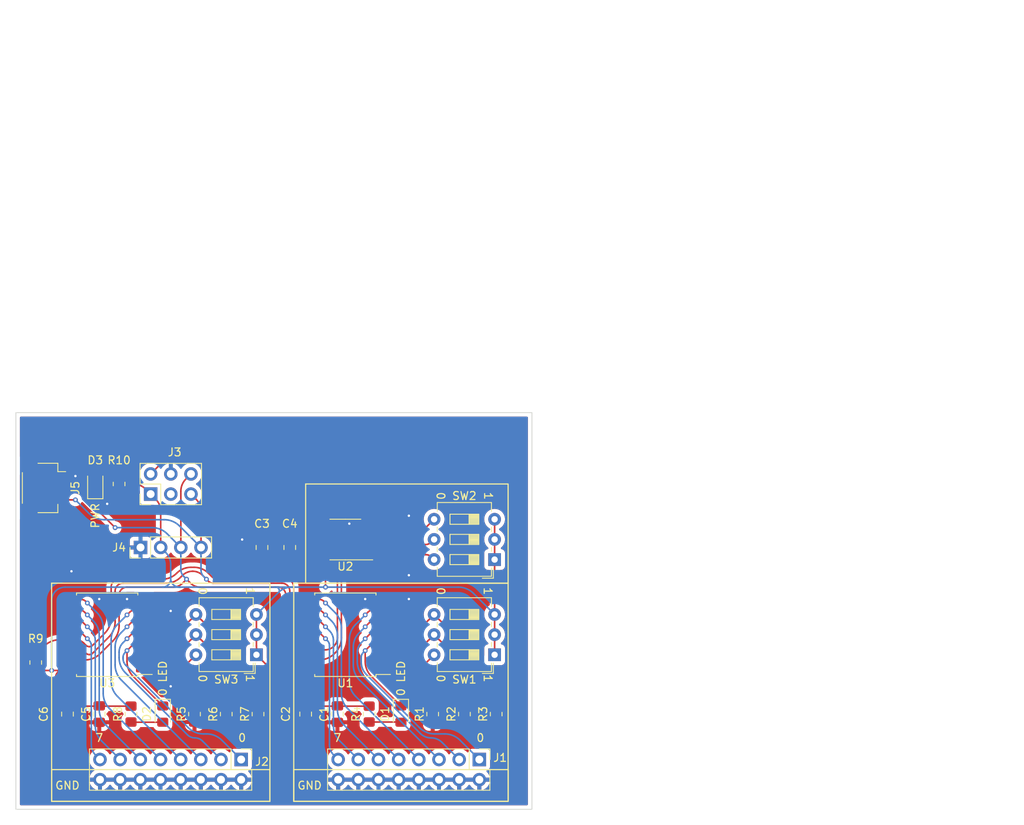
<source format=kicad_pcb>
(kicad_pcb (version 20211014) (generator pcbnew)
  (layers (0 "F.Cu" signal) (31 "B.Cu" signal) (34 "B.Paste" user) (35 "F.Paste" user) (36 "B.SilkS" user "B.Silkscreen") (37 "F.SilkS" user "F.Silkscreen") (38 "B.Mask" user) (39 "F.Mask" user) (44 "Edge.Cuts" user))
  (net 0 "")
  (net 1 "GND")
  (net 2 "+3V3")
  (net 3 "Net-(D1-Pad1)")
  (net 4 "Net-(D1-Pad2)")
  (net 5 "Net-(D2-Pad1)")
  (net 6 "Net-(D2-Pad2)")
  (net 7 "Net-(J1-Pad3)")
  (net 8 "Net-(D3-Pad2)")
  (net 9 "Net-(J1-Pad5)")
  (net 10 "Net-(J1-Pad7)")
  (net 11 "Net-(J1-Pad9)")
  (net 12 "Net-(J1-Pad11)")
  (net 13 "Net-(J1-Pad13)")
  (net 14 "Net-(J1-Pad15)")
  (net 15 "Net-(J2-Pad3)")
  (net 16 "Net-(J2-Pad5)")
  (net 17 "Net-(J2-Pad7)")
  (net 18 "Net-(J2-Pad9)")
  (net 19 "Net-(J2-Pad11)")
  (net 20 "Net-(J2-Pad13)")
  (net 21 "Net-(J2-Pad15)")
  (net 22 "/INT")
  (net 23 "Net-(R1-Pad2)")
  (net 24 "Net-(R6-Pad2)")
  (net 25 "Net-(R7-Pad2)")
  (net 26 "Net-(SW2-Pad4)")
  (net 27 "Net-(SW2-Pad5)")
  (net 28 "Net-(SW2-Pad6)")
  (net 29 "/SDA")
  (net 30 "/SCL")
  (net 32 "Net-(R2-Pad2)")
  (net 33 "Net-(R3-Pad2)")
  (net 34 "Net-(R5-Pad2)")
  (footprint "Button_Switch_THT:SW_DIP_SPSTx03_Slide_6.7x9.18mm_W7.62mm_P2.54mm_LowProfile" (layer "F.Cu") (at 80.3 165.525 180)
    (fp_text reference "SW1")
    (fp_text value "SW_DIP_x03")
  )
  (footprint "Package_SO:SOIC-16W_7.5x10.3mm_P1.27mm" (layer "F.Cu") (at 61.5 163 180)
    (fp_text reference "U1")
    (fp_text value "TCA9554DW")
  )
  (footprint "Resistor_SMD:R_0805_2012Metric_Pad1.20x1.40mm_HandSolder" (layer "F.Cu") (at 64.5 173 90)
    (fp_text reference "R4")
    (fp_text value "100")
  )
  (footprint "LED_SMD:LED_0805_2012Metric_Pad1.15x1.40mm_HandSolder" (layer "F.Cu") (at 68.5 173 -90)
    (fp_text reference "D1")
    (fp_text value "LED")
  )
  (footprint "Package_SO:SOIC-16W_7.5x10.3mm_P1.27mm" (layer "F.Cu") (at 31.5 163 180)
    (fp_text reference "U3")
    (fp_text value "TCA9554DW")
  )
  (footprint "Resistor_SMD:R_0805_2012Metric_Pad1.20x1.40mm_HandSolder" (layer "F.Cu") (at 34.5 173 90)
    (fp_text reference "R8")
    (fp_text value "100")
  )
  (footprint "Resistor_SMD:R_0805_2012Metric_Pad1.20x1.40mm_HandSolder" (layer "F.Cu") (at 22.5 166.5 -90)
    (fp_text reference "R9")
    (fp_text value "10K")
  )
  (footprint "LED_SMD:LED_0805_2012Metric_Pad1.15x1.40mm_HandSolder" (layer "F.Cu") (at 38.5 173 -90)
    (fp_text reference "D2")
    (fp_text value "LED")
  )
  (footprint "Resistor_SMD:R_0805_2012Metric_Pad1.20x1.40mm_HandSolder" (layer "F.Cu") (at 50.5 173 90)
    (fp_text reference "R7")
    (fp_text value "100k")
  )
  (footprint "Capacitor_SMD:C_0805_2012Metric_Pad1.18x1.45mm_HandSolder" (layer "F.Cu") (at 26.5 173 90)
    (fp_text reference "C6")
    (fp_text value "0.1uf")
  )
  (footprint "Connector_PinHeader_2.54mm:PinHeader_2x08_P2.54mm_Vertical" (layer "F.Cu") (at 48.375 178.725 -90)
    (fp_text reference "J2")
    (fp_text value "02x08 Header")
  )
  (footprint "Resistor_SMD:R_0805_2012Metric_Pad1.20x1.40mm_HandSolder" (layer "F.Cu") (at 33 144 -90)
    (fp_text reference "R10")
    (fp_text value "100")
  )
  (footprint "Connector_PinHeader_2.54mm:PinHeader_2x08_P2.54mm_Vertical" (layer "F.Cu") (at 78.375 178.725 -90)
    (fp_text reference "J1")
    (fp_text value "02x08 Header")
  )
  (footprint "Capacitor_SMD:C_0805_2012Metric_Pad1.18x1.45mm_HandSolder" (layer "F.Cu") (at 60.5 173 90)
    (fp_text reference "C1")
    (fp_text value "1uf")
  )
  (footprint "Button_Switch_THT:SW_DIP_SPSTx03_Slide_6.7x9.18mm_W7.62mm_P2.54mm_LowProfile" (layer "F.Cu") (at 50.3 165.525 180)
    (fp_text reference "SW3")
    (fp_text value "SW_DIP_x03")
  )
  (footprint "Capacitor_SMD:C_0805_2012Metric_Pad1.18x1.45mm_HandSolder" (layer "F.Cu") (at 54.5 152 -90)
    (fp_text reference "C4")
    (fp_text value "0.1uf")
  )
  (footprint "Resistor_SMD:R_0805_2012Metric_Pad1.20x1.40mm_HandSolder" (layer "F.Cu") (at 72.5 173 90)
    (fp_text reference "R1")
    (fp_text value "100k")
  )
  (footprint "LED_SMD:LED_0805_2012Metric_Pad1.15x1.40mm_HandSolder" (layer "F.Cu") (at 30 144 90)
    (fp_text reference "D3")
    (fp_text value "LED")
  )
  (footprint "Button_Switch_THT:SW_DIP_SPSTx03_Slide_6.7x9.18mm_W7.62mm_P2.54mm_LowProfile" (layer "F.Cu") (at 80.3 153.525 180)
    (fp_text reference "SW2")
    (fp_text value "SW_DIP_x03")
  )
  (footprint "Capacitor_SMD:C_0805_2012Metric_Pad1.18x1.45mm_HandSolder" (layer "F.Cu") (at 30.5 173 90)
    (fp_text reference "C5")
    (fp_text value "1uf")
  )
  (footprint "Connector_JST:JST_SH_SM04B-SRSS-TB_1x04-1MP_P1.00mm_Horizontal" (layer "F.Cu") (at 23.5 144.5 -90)
    (fp_text reference "J5")
    (fp_text value "Conn_01x04")
  )
  (footprint "Resistor_SMD:R_0805_2012Metric_Pad1.20x1.40mm_HandSolder" (layer "F.Cu") (at 76.5 173 90)
    (fp_text reference "R2")
    (fp_text value "100k")
  )
  (footprint "Resistor_SMD:R_0805_2012Metric_Pad1.20x1.40mm_HandSolder" (layer "F.Cu") (at 80.5 173 90)
    (fp_text reference "R3")
    (fp_text value "100k")
  )
  (footprint "Connector_PinHeader_2.54mm:PinHeader_1x04_P2.54mm_Vertical" (layer "F.Cu") (at 35.7 152 90)
    (fp_text reference "J4")
    (fp_text value "Conn_01x04_Male")
  )
  (footprint "Package_SO:SOIC-8_3.9x4.9mm_P1.27mm" (layer "F.Cu") (at 61.5 151 180)
    (fp_text reference "U2")
    (fp_text value "24LC256")
  )
  (footprint "Resistor_SMD:R_0805_2012Metric_Pad1.20x1.40mm_HandSolder" (layer "F.Cu") (at 42.5 173 90)
    (fp_text reference "R5")
    (fp_text value "100k")
  )
  (footprint "Capacitor_SMD:C_0805_2012Metric_Pad1.18x1.45mm_HandSolder" (layer "F.Cu") (at 51 152 -90)
    (fp_text reference "C3")
    (fp_text value "1uf")
  )
  (footprint "Connector_PinHeader_2.54mm:PinHeader_2x03_P2.54mm_Vertical" (layer "F.Cu") (at 36.975 145.275 90)
    (fp_text reference "J3")
    (fp_text value "Conn_02x03_Odd_Even")
  )
  (footprint "Capacitor_SMD:C_0805_2012Metric_Pad1.18x1.45mm_HandSolder" (layer "F.Cu") (at 56.5 173 90)
    (fp_text reference "C2")
    (fp_text value "0.1uf")
  )
  (footprint "Resistor_SMD:R_0805_2012Metric_Pad1.20x1.40mm_HandSolder" (layer "F.Cu") (at 46.5 173 90)
    (fp_text reference "R6")
    (fp_text value "100k")
  )
  (gr_rect (start 52 156.5) (end 24.5 184) (layer "F.SilkS") (width 0.15) (fill none))
  (gr_rect (start 82 184) (end 55 179.995) (layer "F.SilkS") (width 0.15) (fill none))
  (gr_rect (start 82 144) (end 56.5 156.5) (layer "F.SilkS") (width 0.15) (fill none))
  (gr_rect (start 52 184) (end 24.5 179.995) (layer "F.SilkS") (width 0.15) (fill none))
  (gr_rect (start 55 156.5) (end 82 184) (layer "F.SilkS") (width 0.15) (fill none))
  (gr_rect (start 20 135) (end 85 185) (layer "Edge.Cuts") (width 0.1) (fill none))
  (gr_text "1" (at 79.5 145.5 270) (layer "F.SilkS") (effects (font (size 1 1))))
  (gr_text "1" (at 49.5 157.5 270) (layer "F.SilkS") (effects (font (size 1 1))))
  (gr_text "0" (at 78.5 176) (layer "F.SilkS") (effects (font (size 1 1))))
  (gr_text "0" (at 73.5 168.5 270) (layer "F.SilkS") (effects (font (size 1 1))))
  (gr_text "0" (at 73.5 145.5 270) (layer "F.SilkS") (effects (font (size 1 1))))
  (gr_text "0 LED" (at 38.5 168.5 90) (layer "F.SilkS") (effects (font (size 1 1))))
  (gr_text "7" (at 60.5 176) (layer "F.SilkS") (effects (font (size 1 1))))
  (gr_text "PWR" (at 30 148 90) (layer "F.SilkS") (effects (font (size 1 1))))
  (gr_text "1" (at 79.4485 168.5 270) (layer "F.SilkS") (effects (font (size 1 1))))
  (gr_text "0" (at 43.5 157.5 270) (layer "F.SilkS") (effects (font (size 1 1))))
  (gr_text "7" (at 30.5 176) (layer "F.SilkS") (effects (font (size 1 1))))
  (gr_text "0" (at 43.5 168.5 270) (layer "F.SilkS") (effects (font (size 1 1))))
  (gr_text "0" (at 73.5 157.5 270) (layer "F.SilkS") (effects (font (size 1 1))))
  (gr_text "GND" (at 26.5 182) (layer "F.SilkS") (effects (font (size 1 1))))
  (gr_text "0 LED" (at 68.5 168.5 90) (layer "F.SilkS") (effects (font (size 1 1))))
  (gr_text "GND" (at 57 182) (layer "F.SilkS") (effects (font (size 1 1))))
  (gr_text "1" (at 79.4485 157.5 270) (layer "F.SilkS") (effects (font (size 1 1))))
  (gr_text "0" (at 48.496954 175.998271) (layer "F.SilkS") (effects (font (size 1 1))))
  (gr_text "1" (at 49.5 168.5 270) (layer "F.SilkS") (effects (font (size 1 1))))
  (via (at 27.5 143) (size 0.6) (drill 0.3) (layers "F.Cu" "B.Cu") (net 1))
  (via (at 69.5 148) (size 0.6) (drill 0.3) (layers "F.Cu" "B.Cu") (net 1))
  (via (at 34 158.5) (size 0.6) (drill 0.3) (layers "F.Cu" "B.Cu") (net 1))
  (via (at 64 158.5) (size 0.6) (drill 0.3) (layers "F.Cu" "B.Cu") (net 1))
  (via (at 39.5 160) (size 0.6) (drill 0.3) (layers "F.Cu" "B.Cu") (net 1))
  (via (at 30.5 158.5) (size 0.6) (drill 0.3) (layers "F.Cu" "B.Cu") (net 1))
  (via (at 39.5 169.5) (size 0.6) (drill 0.3) (layers "F.Cu" "B.Cu") (net 1))
  (via (at 62 149) (size 0.6) (drill 0.3) (layers "F.Cu" "B.Cu") (net 1))
  (via (at 48.5 151) (size 0.6) (drill 0.3) (layers "F.Cu" "B.Cu") (net 1))
  (via (at 27 155) (size 0.6) (drill 0.3) (layers "F.Cu" "B.Cu") (net 1))
  (via (at 31.5 146.5) (size 0.6) (drill 0.3) (layers "F.Cu" "B.Cu") (net 1))
  (via (at 69.5 155.5) (size 0.6) (drill 0.3) (layers "F.Cu" "B.Cu") (net 1))
  (via (at 69.5 158.5) (size 0.6) (drill 0.3) (layers "F.Cu" "B.Cu") (net 1))
  (segment (start 24.5 167.5) (end 26.756109 167.5) (width 0.2) (layer "F.Cu") (net 2))
  (segment (start 34.798438 144) (end 33.5 144) (width 0.2) (layer "F.Cu") (net 2))
  (segment (start 56.564017 172) (end 64.5 172) (width 0.2) (layer "F.Cu") (net 2))
  (segment (start 25 168.392445) (end 25 170.31941) (width 0.2) (layer "F.Cu") (net 2))
  (segment (start 38.24 147.43449) (end 38.24 152) (width 0.2) (layer "F.Cu") (net 2))
  (segment (start 33 144.5) (end 33 145) (width 0.2) (layer "F.Cu") (net 2))
  (segment (start 32.5 144) (end 25.5 144) (width 0.2) (layer "F.Cu") (net 2))
  (segment (start 56.23125 171.9625) (end 56.473484 171.9625) (width 0.2) (layer "F.Cu") (net 2))
  (segment (start 55 168.392445) (end 55 170.31941) (width 0.2) (layer "F.Cu") (net 2))
  (segment (start 50.3 164.398018) (end 50.3 160.445) (width 0.2) (layer "F.Cu") (net 2))
  (segment (start 54.726191 152.905) (end 59.007322 152.905) (width 0.2) (layer "F.Cu") (net 2))
  (segment (start 53.346981 167.445) (end 56.173083 167.445) (width 0.2) (layer "F.Cu") (net 2))
  (segment (start 55.48125 171.48125) (end 55.772466 171.772466) (width 0.2) (layer "F.Cu") (net 2))
  (segment (start 80.3 148.445) (end 80.3 165.525) (width 0.2) (layer "F.Cu") (net 2))
  (segment (start 59 152.947677) (end 59 157) (width 0.2) (layer "F.Cu") (net 2))
  (segment (start 26.811109 167.445) (end 25.947445 167.445) (width 0.2) (layer "F.Cu") (net 2))
  (segment (start 25.48125 171.48125) (end 25.772466 171.772466) (width 0.2) (layer "F.Cu") (net 2))
  (segment (start 56.173083 167.445) (end 55.947445 167.445) (width 0.2) (layer "F.Cu") (net 2))
  (segment (start 26.23125 171.9625) (end 26.473484 171.9625) (width 0.2) (layer "F.Cu") (net 2))
  (segment (start 54.406308 153.0375) (end 51 153.0375) (width 0.2) (layer "F.Cu") (net 2))
  (segment (start 36.3425 144.6425) (end 37.6075 145.9075) (width 0.2) (layer "F.Cu") (net 2))
  (segment (start 26.564017 172) (end 34.5 172) (width 0.2) (layer "F.Cu") (net 2))
  (segment (start 36.3375 144.6375) (end 36.3425 144.6425) (width 0.2) (layer "F.Cu") (net 2))
  (segment (start 51.423103 166.648103) (end 51.096896 166.321896) (width 0.2) (layer "F.Cu") (net 2))
  (segment (start 24.5 167.5) (end 22.5 167.5) (width 0.2) (layer "F.Cu") (net 2))
  (segment (start 33.5 144) (end 32.5 144) (width 0.2) (layer "F.Cu") (net 2))
  (via (at 24.5 167.5) (size 0.6) (drill 0.3) (layers "F.Cu" "B.Cu") (net 2))
  (via (at 59 157) (size 0.6) (drill 0.3) (layers "F.Cu" "B.Cu") (net 2))
  (arc (start 26.51875 171.98125) (mid 26.539519 171.995128) (end 26.564017 172) (width 0.2) (layer "F.Cu") (net 2))
  (arc (start 59.0125 152.9175) (mid 59.014087 152.90952) (end 59.007322 152.905) (width 0.2) (layer "F.Cu") (net 2))
  (arc (start 36.3375 144.6375) (mid 35.631372 144.16568) (end 34.798438 144) (width 0.2) (layer "F.Cu") (net 2))
  (arc (start 55.772466 171.772466) (mid 55.982958 171.913112) (end 56.23125 171.9625) (width 0.2) (layer "F.Cu") (net 2))
  (arc (start 59 152.947677) (mid 59.003248 152.931345) (end 59.0125 152.9175) (width 0.2) (layer "F.Cu") (net 2))
  (arc (start 53.346981 167.445) (mid 52.305786 167.237893) (end 51.423103 166.648103) (width 0.2) (layer "F.Cu") (net 2))
  (arc (start 26.756109 167.5) (mid 26.792039 167.492852) (end 26.8225 167.4725) (width 0.2) (layer "F.Cu") (net 2))
  (arc (start 56.51875 171.98125) (mid 56.497982 171.967373) (end 56.473484 171.9625) (width 0.2) (layer "F.Cu") (net 2))
  (arc (start 25.2775 167.7225) (mid 25.584874 167.51712) (end 25.947445 167.445) (width 0.2) (layer "F.Cu") (net 2))
  (arc (start 50.3 164.398018) (mid 50.507106 165.439213) (end 51.096896 166.321896) (width 0.2) (layer "F.Cu") (net 2))
  (arc (start 55.48125 171.48125) (mid 55.125073 170.948194) (end 55 170.31941) (width 0.2) (layer "F.Cu") (net 2))
  (arc (start 26.811109 167.445) (mid 26.825991 167.454944) (end 26.8225 167.4725) (width 0.2) (layer "F.Cu") (net 2))
  (arc (start 54.726191 152.905) (mid 54.639631 152.922217) (end 54.56625 152.97125) (width 0.2) (layer "F.Cu") (net 2))
  (arc (start 25.2775 167.7225) (mid 25.07212 168.029874) (end 25 168.392445) (width 0.2) (layer "F.Cu") (net 2))
  (arc (start 26.23125 171.9625) (mid 25.982958 171.913112) (end 25.772466 171.772466) (width 0.2) (layer "F.Cu") (net 2))
  (arc (start 33.5 144) (mid 33.146446 144.146446) (end 33 144.5) (width 0.2) (layer "F.Cu") (net 2))
  (arc (start 56.564017 172) (mid 56.539519 171.995128) (end 56.51875 171.98125) (width 0.2) (layer "F.Cu") (net 2))
  (arc (start 25 170.31941) (mid 25.125073 170.948194) (end 25.48125 171.48125) (width 0.2) (layer "F.Cu") (net 2))
  (arc (start 26.473484 171.9625) (mid 26.497982 171.967373) (end 26.51875 171.98125) (width 0.2) (layer "F.Cu") (net 2))
  (arc (start 37.6075 145.9075) (mid 38.075618 146.608088) (end 38.24 147.43449) (width 0.2) (layer "F.Cu") (net 2))
  (arc (start 55.2775 167.7225) (mid 55.07212 168.029874) (end 55 168.392445) (width 0.2) (layer "F.Cu") (net 2))
  (arc (start 33 144.5) (mid 32.853553 144.146446) (end 32.5 144) (width 0.2) (layer "F.Cu") (net 2))
  (arc (start 55.2775 167.7225) (mid 55.584874 167.51712) (end 55.947445 167.445) (width 0.2) (layer "F.Cu") (net 2))
  (arc (start 54.406308 153.0375) (mid 54.492868 153.020282) (end 54.56625 152.97125) (width 0.2) (layer "F.Cu") (net 2))
  (segment (start 38.87 152.63) (end 38.24 152) (width 0.2) (layer "B.Cu") (net 2))
  (segment (start 40.671572 157) (end 52.573428 157) (width 0.2) (layer "B.Cu") (net 2))
  (segment (start 77.651896 157.796896) (end 80.3 160.445) (width 0.2) (layer "B.Cu") (net 2))
  (segment (start 24.5 167.5) (end 24.5 158.707106) (width 0.2) (layer "B.Cu") (net 2))
  (segment (start 54.871981 157) (end 59 157) (width 0.2) (layer "B.Cu") (net 2))
  (segment (start 39.5 154.150954) (end 39.5 156) (width 0.2) (layer "B.Cu") (net 2))
  (segment (start 38.5 157) (end 40.671572 157) (width 0.2) (layer "B.Cu") (net 2))
  (segment (start 75.728018 157) (end 59 157) (width 0.2) (layer "B.Cu") (net 2))
  (segment (start 53.172274 157.572725) (end 50.3 160.445) (width 0.2) (layer "B.Cu") (net 2))
  (segment (start 54.871981 157) (end 52.573428 157) (width 0.2) (layer "B.Cu") (net 2))
  (segment (start 38.5 157) (end 26.207106 157) (width 0.2) (layer "B.Cu") (net 2))
  (arc (start 77.651896 157.796896) (mid 76.769213 157.207106) (end 75.728018 157) (width 0.2) (layer "B.Cu") (net 2))
  (arc (start 39.5 156) (mid 39.843145 156.707106) (end 40.671572 157) (width 0.2) (layer "B.Cu") (net 2))
  (arc (start 52.573428 157) (mid 53.114234 157.207106) (end 53.172274 157.572725) (width 0.2) (layer "B.Cu") (net 2))
  (arc (start 25 157.5) (mid 24.629945 158.053825) (end 24.5 158.707106) (width 0.2) (layer "B.Cu") (net 2))
  (arc (start 38.5 157) (mid 39.207106 156.707106) (end 39.5 156) (width 0.2) (layer "B.Cu") (net 2))
  (arc (start 54.871981 157) (mid 53.889046 157.148846) (end 53.172274 157.572725) (width 0.2) (layer "B.Cu") (net 2))
  (arc (start 39.5 154.150954) (mid 39.336268 153.327819) (end 38.87 152.63) (width 0.2) (layer "B.Cu") (net 2))
  (arc (start 25 157.5) (mid 25.553825 157.129945) (end 26.207106 157) (width 0.2) (layer "B.Cu") (net 2))
  (segment (start 65.7575 163.635) (end 66.15 163.635) (width 0.2) (layer "F.Cu") (net 3))
  (segment (start 64.796897 168.271897) (end 68.5 171.975) (width 0.2) (layer "F.Cu") (net 3))
  (segment (start 64 165) (end 64 166.348019) (width 0.2) (layer "F.Cu") (net 3))
  (segment (start 64 165) (end 65.087461 163.91254) (width 0.2) (layer "F.Cu") (net 3))
  (via (at 64 165) (size 0.6) (drill 0.3) (layers "F.Cu" "B.Cu") (net 3))
  (arc (start 65.7575 163.635) (mid 65.394878 163.707131) (end 65.087461 163.91254) (width 0.2) (layer "F.Cu") (net 3))
  (arc (start 64.796897 168.271897) (mid 64.207107 167.389214) (end 64 166.348019) (width 0.2) (layer "F.Cu") (net 3))
  (segment (start 63.5 166.432141) (end 63.5 165.853554) (width 0.2) (layer "B.Cu") (net 3))
  (segment (start 75.946897 176.296897) (end 78.375 178.725) (width 0.2) (layer "B.Cu") (net 3))
  (segment (start 72.7627 175.5) (end 74.023019 175.5) (width 0.2) (layer "B.Cu") (net 3))
  (segment (start 70.838822 174.703104) (end 64.159124 168.023406) (width 0.2) (layer "B.Cu") (net 3))
  (segment (start 63.75 165.25) (end 64 165) (width 0.2) (layer "B.Cu") (net 3))
  (arc (start 70.838822 174.703104) (mid 71.721505 175.292894) (end 72.7627 175.5) (width 0.2) (layer "B.Cu") (net 3))
  (arc (start 63.5 166.432141) (mid 63.671301 167.293328) (end 64.159124 168.023406) (width 0.2) (layer "B.Cu") (net 3))
  (arc (start 75.946897 176.296897) (mid 75.064214 175.707107) (end 74.023019 175.5) (width 0.2) (layer "B.Cu") (net 3))
  (arc (start 63.75 165.25) (mid 63.564973 165.526913) (end 63.5 165.853554) (width 0.2) (layer "B.Cu") (net 3))
  (segment (start 68.4875 174.0125) (end 68.5 174.025) (width 0.2) (layer "F.Cu") (net 4))
  (segment (start 68.457322 174) (end 64.5 174) (width 0.2) (layer "F.Cu") (net 4))
  (arc (start 68.457322 174) (mid 68.473654 174.003248) (end 68.4875 174.0125) (width 0.2) (layer "F.Cu") (net 4))
  (segment (start 34 166.348019) (end 34 165) (width 0.2) (layer "F.Cu") (net 5))
  (segment (start 35.7575 163.635) (end 36.15 163.635) (width 0.2) (layer "F.Cu") (net 5))
  (segment (start 34.796897 168.271897) (end 38.5 171.975) (width 0.2) (layer "F.Cu") (net 5))
  (segment (start 34 165) (end 35.087461 163.91254) (width 0.2) (layer "F.Cu") (net 5))
  (via (at 34 165) (size 0.6) (drill 0.3) (layers "F.Cu" "B.Cu") (net 5))
  (arc (start 34 166.348019) (mid 34.207107 167.389214) (end 34.796897 168.271897) (width 0.2) (layer "F.Cu") (net 5))
  (arc (start 35.7575 163.635) (mid 35.394878 163.707131) (end 35.087461 163.91254) (width 0.2) (layer "F.Cu") (net 5))
  (segment (start 33.75 165.25) (end 34 165) (width 0.2) (layer "B.Cu") (net 5))
  (segment (start 45.946897 176.296897) (end 48.375 178.725) (width 0.2) (layer "B.Cu") (net 5))
  (segment (start 33.853554 166.853554) (end 41.703104 174.703104) (width 0.2) (layer "B.Cu") (net 5))
  (segment (start 33.5 165.853554) (end 33.5 166) (width 0.2) (layer "B.Cu") (net 5))
  (segment (start 44.023019 175.5) (end 43.626982 175.5) (width 0.2) (layer "B.Cu") (net 5))
  (arc (start 33.853554 166.853554) (mid 33.591886 166.46194) (end 33.5 166) (width 0.2) (layer "B.Cu") (net 5))
  (arc (start 33.5 165.853554) (mid 33.564973 165.526913) (end 33.75 165.25) (width 0.2) (layer "B.Cu") (net 5))
  (arc (start 41.703104 174.703104) (mid 42.585787 175.292894) (end 43.626982 175.5) (width 0.2) (layer "B.Cu") (net 5))
  (arc (start 44.023019 175.5) (mid 45.064214 175.707107) (end 45.946897 176.296897) (width 0.2) (layer "B.Cu") (net 5))
  (segment (start 34.5125 174.0125) (end 34.5 174) (width 0.2) (layer "F.Cu") (net 6))
  (segment (start 34.542678 174.025) (end 38.5 174.025) (width 0.2) (layer "F.Cu") (net 6))
  (arc (start 34.542678 174.025) (mid 34.526346 174.021752) (end 34.5125 174.0125) (width 0.2) (layer "F.Cu") (net 6))
  (segment (start 65.6425 162.365) (end 66.15 162.365) (width 0.2) (layer "F.Cu") (net 7))
  (segment (start 64.776144 162.723857) (end 64 163.5) (width 0.2) (layer "F.Cu") (net 7))
  (via (at 64 163.5) (size 0.6) (drill 0.3) (layers "F.Cu" "B.Cu") (net 7))
  (arc (start 64.776144 162.723857) (mid 65.173632 162.458264) (end 65.6425 162.365) (width 0.2) (layer "F.Cu") (net 7))
  (segment (start 63 166.373019) (end 63 165.207107) (width 0.2) (layer "B.Cu") (net 7))
  (segment (start 63.5 164) (end 64 163.5) (width 0.2) (layer "B.Cu") (net 7))
  (segment (start 73.679221 176.569221) (end 75.835 178.725) (width 0.2) (layer "B.Cu") (net 7))
  (segment (start 70.93078 175.43078) (end 63.796897 168.296897) (width 0.2) (layer "B.Cu") (net 7))
  (arc (start 72.305 176) (mid 71.561278 175.852065) (end 70.93078 175.43078) (width 0.2) (layer "B.Cu") (net 7))
  (arc (start 63.5 164) (mid 63.129946 164.553826) (end 63 165.207107) (width 0.2) (layer "B.Cu") (net 7))
  (arc (start 63 166.373019) (mid 63.207107 167.414214) (end 63.796897 168.296897) (width 0.2) (layer "B.Cu") (net 7))
  (arc (start 72.305 176) (mid 73.048724 176.147936) (end 73.679221 176.569221) (width 0.2) (layer "B.Cu") (net 7))
  (segment (start 30.0125 142.9875) (end 30 142.975) (width 0.2) (layer "F.Cu") (net 8))
  (segment (start 30.042677 143) (end 33 143) (width 0.2) (layer "F.Cu") (net 8))
  (arc (start 30.0125 142.9875) (mid 30.026345 142.996751) (end 30.042677 143) (width 0.2) (layer "F.Cu") (net 8))
  (segment (start 65.5275 161.095) (end 66.15 161.095) (width 0.2) (layer "F.Cu") (net 9))
  (segment (start 64.464827 161.535174) (end 64 162) (width 0.2) (layer "F.Cu") (net 9))
  (via (at 64 162) (size 0.6) (drill 0.3) (layers "F.Cu" "B.Cu") (net 9))
  (arc (start 65.5275 161.095) (mid 64.952386 161.209398) (end 64.464827 161.535174) (width 0.2) (layer "F.Cu") (net 9))
  (segment (start 63.296897 168.726897) (end 73.295 178.725) (width 0.2) (layer "B.Cu") (net 9))
  (segment (start 62.5 164.560661) (end 62.5 166.803019) (width 0.2) (layer "B.Cu") (net 9))
  (segment (start 63.25 162.75) (end 64 162) (width 0.2) (layer "B.Cu") (net 9))
  (arc (start 63.296897 168.726897) (mid 62.707107 167.844214) (end 62.5 166.803019) (width 0.2) (layer "B.Cu") (net 9))
  (arc (start 62.5 164.560661) (mid 62.694919 163.580739) (end 63.25 162.75) (width 0.2) (layer "B.Cu") (net 9))
  (segment (start 64 160.5) (end 64.3375 160.1625) (width 0.2) (layer "F.Cu") (net 10))
  (segment (start 65.152298 159.825) (end 66.15 159.825) (width 0.2) (layer "F.Cu") (net 10))
  (via (at 64 160.5) (size 0.6) (drill 0.3) (layers "F.Cu" "B.Cu") (net 10))
  (arc (start 65.152298 159.825) (mid 64.711333 159.912714) (end 64.3375 160.1625) (width 0.2) (layer "F.Cu") (net 10))
  (segment (start 62.796897 161.703104) (end 64 160.5) (width 0.2) (layer "B.Cu") (net 10))
  (segment (start 62 168.843019) (end 62 163.626982) (width 0.2) (layer "B.Cu") (net 10))
  (segment (start 62.796897 170.766897) (end 70.755 178.725) (width 0.2) (layer "B.Cu") (net 10))
  (arc (start 62.796897 161.703104) (mid 62.207107 162.585787) (end 62 163.626982) (width 0.2) (layer "B.Cu") (net 10))
  (arc (start 62 168.843019) (mid 62.207107 169.884214) (end 62.796897 170.766897) (width 0.2) (layer "B.Cu") (net 10))
  (segment (start 58.240338 158.555) (end 56.85 158.555) (width 0.2) (layer "F.Cu") (net 11))
  (segment (start 59 159) (end 58.7775 158.7775) (width 0.2) (layer "F.Cu") (net 11))
  (via (at 59 159) (size 0.6) (drill 0.3) (layers "F.Cu" "B.Cu") (net 11))
  (arc (start 58.240338 158.555) (mid 58.531048 158.612826) (end 58.7775 158.7775) (width 0.2) (layer "F.Cu") (net 11))
  (segment (start 61 162.126982) (end 61 170.383019) (width 0.2) (layer "B.Cu") (net 11))
  (segment (start 59 159) (end 60.203104 160.203104) (width 0.2) (layer "B.Cu") (net 11))
  (segment (start 61.796897 172.306897) (end 68.215 178.725) (width 0.2) (layer "B.Cu") (net 11))
  (arc (start 61.796897 172.306897) (mid 61.207107 171.424214) (end 61 170.383019) (width 0.2) (layer "B.Cu") (net 11))
  (arc (start 60.203104 160.203104) (mid 60.792894 161.085787) (end 61 162.126982) (width 0.2) (layer "B.Cu") (net 11))
  (segment (start 58.6625 160.1625) (end 59 160.5) (width 0.2) (layer "F.Cu") (net 12))
  (segment (start 57.847703 159.825) (end 56.85 159.825) (width 0.2) (layer "F.Cu") (net 12))
  (via (at 59 160.5) (size 0.6) (drill 0.3) (layers "F.Cu" "B.Cu") (net 12))
  (arc (start 57.847703 159.825) (mid 58.288668 159.912714) (end 58.6625 160.1625) (width 0.2) (layer "F.Cu") (net 12))
  (segment (start 59.75 161.25) (end 59 160.5) (width 0.2) (layer "B.Cu") (net 12))
  (segment (start 61.296897 174.346897) (end 65.675 178.725) (width 0.2) (layer "B.Cu") (net 12))
  (segment (start 60.5 163.060661) (end 60.5 172.423019) (width 0.2) (layer "B.Cu") (net 12))
  (arc (start 61.296897 174.346897) (mid 60.707107 173.464214) (end 60.5 172.423019) (width 0.2) (layer "B.Cu") (net 12))
  (arc (start 60.5 163.060661) (mid 60.305082 162.080739) (end 59.75 161.25) (width 0.2) (layer "B.Cu") (net 12))
  (segment (start 57.4725 161.095) (end 56.85 161.095) (width 0.2) (layer "F.Cu") (net 13))
  (segment (start 58.535174 161.535174) (end 59 162) (width 0.2) (layer "F.Cu") (net 13))
  (via (at 59 162) (size 0.6) (drill 0.3) (layers "F.Cu" "B.Cu") (net 13))
  (arc (start 58.535174 161.535174) (mid 58.047616 161.209398) (end 57.4725 161.095) (width 0.2) (layer "F.Cu") (net 13))
  (segment (start 59 162) (end 59.5 162.5) (width 0.2) (layer "B.Cu") (net 13))
  (segment (start 60.796897 176.386897) (end 63.135 178.725) (width 0.2) (layer "B.Cu") (net 13))
  (segment (start 60 174.463019) (end 60 163.707107) (width 0.2) (layer "B.Cu") (net 13))
  (arc (start 60 174.463019) (mid 60.207107 175.504214) (end 60.796897 176.386897) (width 0.2) (layer "B.Cu") (net 13))
  (arc (start 60 163.707107) (mid 59.870055 163.053826) (end 59.5 162.5) (width 0.2) (layer "B.Cu") (net 13))
  (segment (start 57.3575 162.365) (end 56.85 162.365) (width 0.2) (layer "F.Cu") (net 14))
  (segment (start 59 163.5) (end 58.223857 162.723857) (width 0.2) (layer "F.Cu") (net 14))
  (via (at 59 163.5) (size 0.6) (drill 0.3) (layers "F.Cu" "B.Cu") (net 14))
  (arc (start 58.223857 162.723857) (mid 57.826369 162.458264) (end 57.3575 162.365) (width 0.2) (layer "F.Cu") (net 14))
  (segment (start 59.5 176.855719) (end 59.5 164.353554) (width 0.2) (layer "B.Cu") (net 14))
  (segment (start 60.0475 178.1775) (end 60.595 178.725) (width 0.2) (layer "B.Cu") (net 14))
  (segment (start 59.25 163.75) (end 59 163.5) (width 0.2) (layer "B.Cu") (net 14))
  (arc (start 59.5 176.855719) (mid 59.642291 177.571062) (end 60.0475 178.1775) (width 0.2) (layer "B.Cu") (net 14))
  (arc (start 59.25 163.75) (mid 59.435028 164.026913) (end 59.5 164.353554) (width 0.2) (layer "B.Cu") (net 14))
  (segment (start 34.776144 162.723857) (end 34 163.5) (width 0.2) (layer "F.Cu") (net 15))
  (segment (start 35.6425 162.365) (end 36.15 162.365) (width 0.2) (layer "F.Cu") (net 15))
  (via (at 34 163.5) (size 0.6) (drill 0.3) (layers "F.Cu" "B.Cu") (net 15))
  (arc (start 35.6425 162.365) (mid 35.173632 162.458264) (end 34.776144 162.723857) (width 0.2) (layer "F.Cu") (net 15))
  (segment (start 43.502445 176.392445) (end 45.835 178.725) (width 0.2) (layer "B.Cu") (net 15))
  (segment (start 33.5 164) (end 34 163.5) (width 0.2) (layer "B.Cu") (net 15))
  (segment (start 41.607556 175.607556) (end 33.796897 167.796897) (width 0.2) (layer "B.Cu") (net 15))
  (segment (start 33 165.873019) (end 33 165.207107) (width 0.2) (layer "B.Cu") (net 15))
  (arc (start 41.607556 175.607556) (mid 42.042247 175.898008) (end 42.555 176) (width 0.2) (layer "B.Cu") (net 15))
  (arc (start 42.555 176) (mid 43.067754 176.101994) (end 43.502445 176.392445) (width 0.2) (layer "B.Cu") (net 15))
  (arc (start 33.5 164) (mid 33.129946 164.553826) (end 33 165.207107) (width 0.2) (layer "B.Cu") (net 15))
  (arc (start 33 165.873019) (mid 33.207107 166.914214) (end 33.796897 167.796897) (width 0.2) (layer "B.Cu") (net 15))
  (segment (start 35.5275 161.095) (end 36.15 161.095) (width 0.2) (layer "F.Cu") (net 16))
  (segment (start 34 162) (end 34.464827 161.535174) (width 0.2) (layer "F.Cu") (net 16))
  (via (at 34 162) (size 0.6) (drill 0.3) (layers "F.Cu" "B.Cu") (net 16))
  (arc (start 34.464827 161.535174) (mid 34.952386 161.209398) (end 35.5275 161.095) (width 0.2) (layer "F.Cu") (net 16))
  (segment (start 33.25 162.75) (end 34 162) (width 0.2) (layer "B.Cu") (net 16))
  (segment (start 32.5 164.560661) (end 32.5 166.803019) (width 0.2) (layer "B.Cu") (net 16))
  (segment (start 33.296897 168.726897) (end 43.295 178.725) (width 0.2) (layer "B.Cu") (net 16))
  (arc (start 32.5 166.803019) (mid 32.707107 167.844214) (end 33.296897 168.726897) (width 0.2) (layer "B.Cu") (net 16))
  (arc (start 32.5 164.560661) (mid 32.694919 163.580739) (end 33.25 162.75) (width 0.2) (layer "B.Cu") (net 16))
  (segment (start 35.152298 159.825) (end 36.15 159.825) (width 0.2) (layer "F.Cu") (net 17))
  (segment (start 34 160.5) (end 34.3375 160.1625) (width 0.2) (layer "F.Cu") (net 17))
  (via (at 34 160.5) (size 0.6) (drill 0.3) (layers "F.Cu" "B.Cu") (net 17))
  (arc (start 35.152298 159.825) (mid 34.711333 159.912714) (end 34.3375 160.1625) (width 0.2) (layer "F.Cu") (net 17))
  (segment (start 32.796897 161.703104) (end 34 160.5) (width 0.2) (layer "B.Cu") (net 17))
  (segment (start 32 163.626982) (end 32 168.843019) (width 0.2) (layer "B.Cu") (net 17))
  (segment (start 32.796897 170.766897) (end 40.755 178.725) (width 0.2) (layer "B.Cu") (net 17))
  (arc (start 32.796897 161.703104) (mid 32.207107 162.585787) (end 32 163.626982) (width 0.2) (layer "B.Cu") (net 17))
  (arc (start 32.796897 170.766897) (mid 32.207107 169.884214) (end 32 168.843019) (width 0.2) (layer "B.Cu") (net 17))
  (segment (start 28.240338 158.555) (end 26.85 158.555) (width 0.2) (layer "F.Cu") (net 18))
  (segment (start 29 159) (end 28.7775 158.7775) (width 0.2) (layer "F.Cu") (net 18))
  (via (at 29 159) (size 0.6) (drill 0.3) (layers "F.Cu" "B.Cu") (net 18))
  (arc (start 28.240338 158.555) (mid 28.531048 158.612826) (end 28.7775 158.7775) (width 0.2) (layer "F.Cu") (net 18))
  (segment (start 31.796897 172.306897) (end 38.215 178.725) (width 0.2) (layer "B.Cu") (net 18))
  (segment (start 31 162.126982) (end 31 170.383019) (width 0.2) (layer "B.Cu") (net 18))
  (segment (start 30.203104 160.203104) (end 29 159) (width 0.2) (layer "B.Cu") (net 18))
  (arc (start 31 162.126982) (mid 30.792894 161.085787) (end 30.203104 160.203104) (width 0.2) (layer "B.Cu") (net 18))
  (arc (start 31.796897 172.306897) (mid 31.207107 171.424214) (end 31 170.383019) (width 0.2) (layer "B.Cu") (net 18))
  (segment (start 27.847703 159.825) (end 26.85 159.825) (width 0.2) (layer "F.Cu") (net 19))
  (segment (start 29 160.5) (end 28.6625 160.1625) (width 0.2) (layer "F.Cu") (net 19))
  (via (at 29 160.5) (size 0.6) (drill 0.3) (layers "F.Cu" "B.Cu") (net 19))
  (arc (start 27.847703 159.825) (mid 28.288668 159.912714) (end 28.6625 160.1625) (width 0.2) (layer "F.Cu") (net 19))
  (segment (start 29 160.5) (end 29.75 161.25) (width 0.2) (layer "B.Cu") (net 19))
  (segment (start 31.296897 174.346897) (end 35.675 178.725) (width 0.2) (layer "B.Cu") (net 19))
  (segment (start 30.5 172.423019) (end 30.5 163.060661) (width 0.2) (layer "B.Cu") (net 19))
  (arc (start 29.75 161.25) (mid 30.305082 162.080739) (end 30.5 163.060661) (width 0.2) (layer "B.Cu") (net 19))
  (arc (start 30.5 172.423019) (mid 30.707107 173.464214) (end 31.296897 174.346897) (width 0.2) (layer "B.Cu") (net 19))
  (segment (start 27.4725 161.095) (end 26.85 161.095) (width 0.2) (layer "F.Cu") (net 20))
  (segment (start 28.535174 161.535174) (end 29 162) (width 0.2) (layer "F.Cu") (net 20))
  (via (at 29 162) (size 0.6) (drill 0.3) (layers "F.Cu" "B.Cu") (net 20))
  (arc (start 28.535174 161.535174) (mid 28.047616 161.209398) (end 27.4725 161.095) (width 0.2) (layer "F.Cu") (net 20))
  (segment (start 30.796897 176.386897) (end 33.135 178.725) (width 0.2) (layer "B.Cu") (net 20))
  (segment (start 29.5 162.5) (end 29 162) (width 0.2) (layer "B.Cu") (net 20))
  (segment (start 30 174.463019) (end 30 163.707107) (width 0.2) (layer "B.Cu") (net 20))
  (arc (start 29.5 162.5) (mid 29.870055 163.053826) (end 30 163.707107) (width 0.2) (layer "B.Cu") (net 20))
  (arc (start 30 174.463019) (mid 30.207107 175.504214) (end 30.796897 176.386897) (width 0.2) (layer "B.Cu") (net 20))
  (segment (start 29 163.5) (end 28.223857 162.723857) (width 0.2) (layer "F.Cu") (net 21))
  (segment (start 27.3575 162.365) (end 26.85 162.365) (width 0.2) (layer "F.Cu") (net 21))
  (via (at 29 163.5) (size 0.6) (drill 0.3) (layers "F.Cu" "B.Cu") (net 21))
  (arc (start 27.3575 162.365) (mid 27.826369 162.458264) (end 28.223857 162.723857) (width 0.2) (layer "F.Cu") (net 21))
  (segment (start 29.5 176.855719) (end 29.5 164.353554) (width 0.2) (layer "B.Cu") (net 21))
  (segment (start 29 163.5) (end 29.25 163.75) (width 0.2) (layer "B.Cu") (net 21))
  (segment (start 30.0475 178.1775) (end 30.595 178.725) (width 0.2) (layer "B.Cu") (net 21))
  (arc (start 29.25 163.75) (mid 29.435028 164.026913) (end 29.5 164.353554) (width 0.2) (layer "B.Cu") (net 21))
  (arc (start 29.5 176.855719) (mid 29.642291 177.571062) (end 30.0475 178.1775) (width 0.2) (layer "B.Cu") (net 21))
  (segment (start 55 162.550987) (end 55 156.999999) (width 0.2) (layer "F.Cu") (net 22))
  (segment (start 27.523352 163.635) (end 27.507926 163.635) (width 0.2) (layer "F.Cu") (net 22))
  (segment (start 39.836981 141) (end 42.312358 141) (width 0.2) (layer "F.Cu") (net 22))
  (segment (start 29.676776 164.323223) (end 31.203103 162.796896) (width 0.2) (layer "F.Cu") (net 22))
  (segment (start 56.084012 163.635) (end 56.85 163.635) (width 0.2) (layer "F.Cu") (net 22))
  (segment (start 37.913103 141.796896) (end 36.975 142.735) (width 0.2) (layer "F.Cu") (net 22))
  (segment (start 28.5675 164.0675) (end 28.823223 164.323223) (width 0.2) (layer "F.Cu") (net 22))
  (segment (start 45.203103 142.763763) (end 44.236236 141.796896) (width 0.2) (layer "F.Cu") (net 22))
  (segment (start 54 156) (end 46.5 156) (width 0.2) (layer "F.Cu") (net 22))
  (segment (start 25.84974 163.635) (end 25.491981 163.635) (width 0.2) (layer "F.Cu") (net 22))
  (segment (start 42.439339 154.5) (end 42.06066 154.5) (width 0.2) (layer "F.Cu") (net 22))
  (segment (start 38.439339 156) (end 32.999999 156) (width 0.2) (layer "F.Cu") (net 22))
  (segment (start 45.5 156) (end 46.5 156) (width 0.2) (layer "F.Cu") (net 22))
  (segment (start 26.565259 163.635) (end 27.477074 163.635) (width 0.2) (layer "F.Cu") (net 22))
  (segment (start 32 156.999999) (end 32 160.873018) (width 0.2) (layer "F.Cu") (net 22))
  (segment (start 44.646446 155.646446) (end 44.25 155.25) (width 0.2) (layer "F.Cu") (net 22))
  (segment (start 46 144.687641) (end 46 155.5) (width 0.2) (layer "F.Cu") (net 22))
  (segment (start 26.565259 163.635) (end 25.84974 163.635) (width 0.2) (layer "F.Cu") (net 22))
  (segment (start 23.568103 164.431896) (end 22.5 165.5) (width 0.2) (layer "F.Cu") (net 22))
  (segment (start 27.507926 163.635) (end 27.477074 163.635) (width 0.2) (layer "F.Cu") (net 22))
  (arc (start 31.203103 162.796896) (mid 31.792893 161.914213) (end 32 160.873018) (width 0.2) (layer "F.Cu") (net 22))
  (arc (start 42.439339 154.5) (mid 43.419261 154.694918) (end 44.25 155.25) (width 0.2) (layer "F.Cu") (net 22))
  (arc (start 44.236236 141.796896) (mid 43.353553 141.207106) (end 42.312358 141) (width 0.2) (layer "F.Cu") (net 22))
  (arc (start 55.3175 163.3175) (mid 55.082515 162.96582) (end 55 162.550987) (width 0.2) (layer "F.Cu") (net 22))
  (arc (start 42.06066 154.5) (mid 41.080737 154.694918) (end 40.25 155.25) (width 0.2) (layer "F.Cu") (net 22))
  (arc (start 39.836981 141) (mid 38.795786 141.207106) (end 37.913103 141.796896) (width 0.2) (layer "F.Cu") (net 22))
  (arc (start 46 155.5) (mid 46.146446 155.853553) (end 46.5 156) (width 0.2) (layer "F.Cu") (net 22))
  (arc (start 54 156) (mid 54.707106 156.292892) (end 55 156.999999) (width 0.2) (layer "F.Cu") (net 22))
  (arc (start 45.5 156) (mid 45.03806 155.908114) (end 44.646446 155.646446) (width 0.2) (layer "F.Cu") (net 22))
  (arc (start 45.203103 142.763763) (mid 45.792893 143.646446) (end 46 144.687641) (width 0.2) (layer "F.Cu") (net 22))
  (arc (start 28.5675 164.0675) (mid 28.08844 163.747403) (end 27.523352 163.635) (width 0.2) (layer "F.Cu") (net 22))
  (arc (start 28.823223 164.323223) (mid 29.01903 164.454057) (end 29.25 164.5) (width 0.2) (layer "F.Cu") (net 22))
  (arc (start 55.3175 163.3175) (mid 55.669178 163.552484) (end 56.084012 163.635) (width 0.2) (layer "F.Cu") (net 22))
  (arc (start 29.25 164.5) (mid 29.480969 164.454057) (end 29.676776 164.323223) (width 0.2) (layer "F.Cu") (net 22))
  (arc (start 38.439339 156) (mid 39.419261 155.805081) (end 40.25 155.25) (width 0.2) (layer "F.Cu") (net 22))
  (arc (start 46 155.5) (mid 45.853553 155.853553) (end 45.5 156) (width 0.2) (layer "F.Cu") (net 22))
  (arc (start 32 156.999999) (mid 32.292892 156.292892) (end 32.999999 156) (width 0.2) (layer "F.Cu") (net 22))
  (arc (start 23.568103 164.431896) (mid 24.450786 163.842106) (end 25.491981 163.635) (width 0.2) (layer "F.Cu") (net 22))
  (segment (start 71.556897 168.241897) (end 71.703104 168.388104) (width 0.2) (layer "F.Cu") (net 23))
  (segment (start 72.5 170.311982) (end 72.5 172) (width 0.2) (layer "F.Cu") (net 23))
  (segment (start 71.467107 166.737894) (end 72.68 165.525) (width 0.2) (layer "F.Cu") (net 23))
  (segment (start 69.633019 167.445) (end 66.15 167.445) (width 0.2) (layer "F.Cu") (net 23))
  (arc (start 71.467107 166.737894) (mid 71.200513 167.4713) (end 71.556897 168.241897) (width 0.2) (layer "F.Cu") (net 23))
  (arc (start 71.467107 166.737894) (mid 70.650879 167.26123) (end 69.633019 167.445) (width 0.2) (layer "F.Cu") (net 23))
  (arc (start 72.5 170.311982) (mid 72.292894 169.270787) (end 71.703104 168.388104) (width 0.2) (layer "F.Cu") (net 23))
  (arc (start 71.556897 168.241897) (mid 70.674214 167.652107) (end 69.633019 167.445) (width 0.2) (layer "F.Cu") (net 23))
  (segment (start 46.5 167.931982) (end 46.5 172) (width 0.2) (layer "F.Cu") (net 24))
  (segment (start 43.387107 163.692107) (end 45.703104 166.008104) (width 0.2) (layer "F.Cu") (net 24))
  (segment (start 38.363019 166.175) (end 36.15 166.175) (width 0.2) (layer "F.Cu") (net 24))
  (segment (start 41.972894 163.692107) (end 40.286897 165.378104) (width 0.2) (layer "F.Cu") (net 24))
  (arc (start 41.972894 163.692107) (mid 42.680001 163.399214) (end 43.387107 163.692107) (width 0.2) (layer "F.Cu") (net 24))
  (arc (start 40.286897 165.378104) (mid 39.404214 165.967894) (end 38.363019 166.175) (width 0.2) (layer "F.Cu") (net 24))
  (arc (start 46.5 167.931982) (mid 46.292894 166.890787) (end 45.703104 166.008104) (width 0.2) (layer "F.Cu") (net 24))
  (segment (start 43.387107 161.152107) (end 49.703104 167.468104) (width 0.2) (layer "F.Cu") (net 25))
  (segment (start 41.972894 161.152107) (end 38.951856 164.173145) (width 0.2) (layer "F.Cu") (net 25))
  (segment (start 37.185 164.905) (end 36.15 164.905) (width 0.2) (layer "F.Cu") (net 25))
  (segment (start 50.5 169.391982) (end 50.5 172) (width 0.2) (layer "F.Cu") (net 25))
  (arc (start 38.951856 164.173145) (mid 38.141216 164.714798) (end 37.185 164.905) (width 0.2) (layer "F.Cu") (net 25))
  (arc (start 50.5 169.391982) (mid 50.292894 168.350787) (end 49.703104 167.468104) (width 0.2) (layer "F.Cu") (net 25))
  (arc (start 43.387107 161.152107) (mid 42.680001 160.859214) (end 41.972894 161.152107) (width 0.2) (layer "F.Cu") (net 25))
  (segment (start 71.556896 149.568103) (end 72.68 148.445) (width 0.2) (layer "F.Cu") (net 26))
  (segment (start 69.633018 150.365) (end 63.975 150.365) (width 0.2) (layer "F.Cu") (net 26))
  (arc (start 69.633018 150.365) (mid 70.674213 150.157893) (end 71.556896 149.568103) (width 0.2) (layer "F.Cu") (net 26))
  (segment (start 71.57038 151.635) (end 63.975 151.635) (width 0.2) (layer "F.Cu") (net 27))
  (segment (start 72.355 151.31) (end 72.68 150.985) (width 0.2) (layer "F.Cu") (net 27))
  (arc (start 72.355 151.31) (mid 71.995013 151.550535) (end 71.57038 151.635) (width 0.2) (layer "F.Cu") (net 27))
  (segment (start 71.621593 152.905) (end 63.975 152.905) (width 0.2) (layer "F.Cu") (net 28))
  (segment (start 72.37 153.215) (end 72.68 153.525) (width 0.2) (layer "F.Cu") (net 28))
  (arc (start 71.621593 152.905) (mid 72.026628 152.985566) (end 72.37 153.215) (width 0.2) (layer "F.Cu") (net 28))
  (segment (start 41.5 156) (end 42 156.5) (width 0.2) (layer "F.Cu") (net 29))
  (segment (start 40.78 144.911561) (end 40.78 152) (width 0.2) (layer "F.Cu") (net 29))
  (segment (start 41.5 156) (end 41 156.5) (width 0.2) (layer "F.Cu") (net 29))
  (segment (start 60.473302 149.473302) (end 60.5475 149.5475) (width 0.2) (layer "F.Cu") (net 29))
  (segment (start 54 157.999999) (end 54 164.169149) (width 0.2) (layer "F.Cu") (net 29))
  (segment (start 26.873018 145) (end 25.5 145) (width 0.2) (layer "F.Cu") (net 29))
  (segment (start 28.698018 166.175) (end 26.85 166.175) (width 0.2) (layer "F.Cu") (net 29))
  (segment (start 56.00585 166.175) (end 56.009175 166.175) (width 0.2) (layer "F.Cu") (net 29))
  (segment (start 33 161.873018) (end 33 157.999999) (width 0.2) (layer "F.Cu") (net 29))
  (segment (start 41.4175 143.3725) (end 42.055 142.735) (width 0.127) (layer "F.Cu") (net 29))
  (segment (start 32.5 149.5) (end 28.796896 145.796896) (width 0.2) (layer "F.Cu") (net 29))
  (segment (start 60.203103 165.296895) (end 60.121896 165.378103) (width 0.2) (layer "F.Cu") (net 29))
  (segment (start 43.207106 157) (end 53 157) (width 0.2) (layer "F.Cu") (net 29))
  (segment (start 56.015825 166.175) (end 56.009175 166.175) (width 0.2) (layer "F.Cu") (net 29))
  (segment (start 59.56 149.095) (end 59.025 149.095) (width 0.2) (layer "F.Cu") (net 29))
  (segment (start 30.621896 165.378103) (end 32.203103 163.796896) (width 0.2) (layer "F.Cu") (net 29))
  (segment (start 57.942759 166.175) (end 57.432241 166.175) (width 0.2) (layer "F.Cu") (net 29))
  (segment (start 57.432241 166.175) (end 56.015825 166.175) (width 0.2) (layer "F.Cu") (net 29))
  (segment (start 57.942759 166.175) (end 58.198018 166.175) (width 0.2) (layer "F.Cu") (net 29))
  (segment (start 61 150.639931) (end 61 163.373018) (width 0.2) (layer "F.Cu") (net 29))
  (segment (start 33.999999 157) (end 39.792893 157) (width 0.2) (layer "F.Cu") (net 29))
  (via (at 41.5 156) (size 0.6) (drill 0.3) (layers "F.Cu" "B.Cu") (net 29))
  (via (at 32.5 149.5) (size 0.6) (drill 0.3) (layers "F.Cu" "B.Cu") (net 29))
  (arc (start 61 150.639931) (mid 60.882399 150.048711) (end 60.5475 149.5475) (width 0.2) (layer "F.Cu") (net 29))
  (arc (start 54 157.999999) (mid 53.707106 157.292892) (end 53 157) (width 0.2) (layer "F.Cu") (net 29))
  (arc (start 60.203103 165.296895) (mid 60.792893 164.414213) (end 61 163.373018) (width 0.2) (layer "F.Cu") (net 29))
  (arc (start 58.198018 166.175) (mid 59.239213 165.967893) (end 60.121896 165.378103) (width 0.2) (layer "F.Cu") (net 29))
  (arc (start 54.5875 165.5875) (mid 54.152686 164.936755) (end 54 164.169149) (width 0.2) (layer "F.Cu") (net 29))
  (arc (start 43.207106 157) (mid 42.553825 156.870054) (end 42 156.5) (width 0.2) (layer "F.Cu") (net 29))
  (arc (start 33.999999 157) (mid 33.292892 157.292892) (end 33 157.999999) (width 0.2) (layer "F.Cu") (net 29))
  (arc (start 60.473302 149.473302) (mid 60.054275 149.193317) (end 59.56 149.095) (width 0.2) (layer "F.Cu") (net 29))
  (arc (start 26.873018 145) (mid 27.914213 145.207106) (end 28.796896 145.796896) (width 0.2) (layer "F.Cu") (net 29))
  (arc (start 56.00585 166.175) (mid 55.238244 166.022313) (end 54.5875 165.5875) (width 0.2) (layer "F.Cu") (net 29))
  (arc (start 28.698018 166.175) (mid 29.739213 165.967893) (end 30.621896 165.378103) (width 0.2) (layer "F.Cu") (net 29))
  (arc (start 41.4175 143.3725) (mid 40.94568 144.078627) (end 40.78 144.911561) (width 0.2) (layer "F.Cu") (net 29))
  (arc (start 33 161.873018) (mid 32.792893 162.914213) (end 32.203103 163.796896) (width 0.2) (layer "F.Cu") (net 29))
  (arc (start 39.792893 157) (mid 40.446174 156.870054) (end 41 156.5) (width 0.2) (layer "F.Cu") (net 29))
  (segment (start 41.14 155.64) (end 41.5 156) (width 0.2) (layer "B.Cu") (net 29))
  (segment (start 37.153018 149.5) (end 32.5 149.5) (width 0.2) (layer "B.Cu") (net 29))
  (segment (start 40.78 153.126981) (end 40.78 154.770883) (width 0.2) (layer "B.Cu") (net 29))
  (segment (start 39.076896 150.296896) (end 39.983103 151.203103) (width 0.2) (layer "B.Cu") (net 29))
  (arc (start 39.983103 151.203103) (mid 40.572893 152.085786) (end 40.78 153.126981) (width 0.2) (layer "B.Cu") (net 29))
  (arc (start 37.153018 149.5) (mid 38.194213 149.707106) (end 39.076896 150.296896) (width 0.2) (layer "B.Cu") (net 29))
  (arc (start 41.14 155.64) (mid 40.87356 155.241245) (end 40.78 154.770883) (width 0.2) (layer "B.Cu") (net 29))
  (segment (start 42.6875 145.9075) (end 42.055 145.275) (width 0.2) (layer "F.Cu") (net 30))
  (segment (start 27.5 146) (end 25.5 146) (width 0.2) (layer "F.Cu") (net 30))
  (segment (start 31.703103 163.296896) (end 29.676776 165.323223) (width 0.2) (layer "F.Cu") (net 30))
  (segment (start 56.881216 164.905) (end 56.168784 164.905) (width 0.2) (layer "F.Cu") (net 30))
  (segment (start 42.292893 155) (end 42.25 155) (width 0.2) (layer "F.Cu") (net 30))
  (segment (start 27.984271 164.905) (end 26.85 164.905) (width 0.2) (layer "F.Cu") (net 30))
  (segment (start 60.5 150.595459) (end 60.5 163.360068) (width 0.2) (layer "F.Cu") (net 30))
  (segment (start 56.881216 164.905) (end 58.955068 164.905) (width 0.2) (layer "F.Cu") (net 30))
  (segment (start 54.5 163.360068) (end 54.5 157.499999) (width 0.2) (layer "F.Cu") (net 30))
  (segment (start 44.853553 156.5) (end 53.5 156.5) (width 0.2) (layer "F.Cu") (net 30))
  (segment (start 43.5 155.5) (end 44 156) (width 0.2) (layer "F.Cu") (net 30))
  (segment (start 44.25 156.25) (end 44 156) (width 0.2) (layer "F.Cu") (net 30))
  (segment (start 38.939339 156.5) (end 33.499999 156.5) (width 0.2) (layer "F.Cu") (net 30))
  (segment (start 32.5 161.373018) (end 32.5 157.499999) (width 0.2) (layer "F.Cu") (net 30))
  (segment (start 28.7025 165.2025) (end 28.823223 165.323223) (width 0.2) (layer "F.Cu") (net 30))
  (segment (start 40.969669 155.53033) (end 40.749999 155.749999) (width 0.2) (layer "F.Cu") (net 30))
  (segment (start 43.32 147.43449) (end 43.32 152) (width 0.2) (layer "F.Cu") (net 30))
  (segment (start 56.044931 164.905) (end 56.086215 164.905) (width 0.2) (layer "F.Cu") (net 30))
  (segment (start 60.26954 150.365) (end 59.025 150.365) (width 0.2) (layer "F.Cu") (net 30))
  (segment (start 56.168784 164.905) (end 56.086215 164.905) (width 0.2) (layer "F.Cu") (net 30))
  (via (at 27.5 146) (size 0.6) (drill 0.3) (layers "F.Cu" "B.Cu") (net 30))
  (via (at 44 156) (size 0.6) (drill 0.3) (layers "F.Cu" "B.Cu") (net 30))
  (arc (start 44.25 156.25) (mid 44.526912 156.435027) (end 44.853553 156.5) (width 0.2) (layer "F.Cu") (net 30))
  (arc (start 60.0475 164.4525) (mid 60.382399 163.951288) (end 60.5 163.360068) (width 0.2) (layer "F.Cu") (net 30))
  (arc (start 29.25 165.5) (mid 29.480969 165.454057) (end 29.676776 165.323223) (width 0.2) (layer "F.Cu") (net 30))
  (arc (start 40.969669 155.53033) (mid 41.55709 155.137828) (end 42.25 155) (width 0.2) (layer "F.Cu") (net 30))
  (arc (start 56.044931 164.905) (mid 55.453711 164.787399) (end 54.9525 164.4525) (width 0.2) (layer "F.Cu") (net 30))
  (arc (start 33.499999 156.5) (mid 32.792892 156.792892) (end 32.5 157.499999) (width 0.2) (layer "F.Cu") (net 30))
  (arc (start 31.703103 163.296896) (mid 32.292893 162.414213) (end 32.5 161.373018) (width 0.2) (layer "F.Cu") (net 30))
  (arc (start 38.939339 156.5) (mid 39.919261 156.305081) (end 40.749999 155.749999) (width 0.2) (layer "F.Cu") (net 30))
  (arc (start 42.6875 145.9075) (mid 43.155618 146.608088) (end 43.32 147.43449) (width 0.2) (layer "F.Cu") (net 30))
  (arc (start 60.26954 150.365) (mid 60.357733 150.382542) (end 60.4325 150.4325) (width 0.2) (layer "F.Cu") (net 30))
  (arc (start 29.25 165.5) (mid 29.01903 165.454057) (end 28.823223 165.323223) (width 0.2) (layer "F.Cu") (net 30))
  (arc (start 54.5 163.360068) (mid 54.6176 163.951288) (end 54.9525 164.4525) (width 0.2) (layer "F.Cu") (net 30))
  (arc (start 43.5 155.5) (mid 42.946174 155.129945) (end 42.292893 155) (width 0.2) (layer "F.Cu") (net 30))
  (arc (start 54.5 157.499999) (mid 54.207106 156.792892) (end 53.5 156.5) (width 0.2) (layer "F.Cu") (net 30))
  (arc (start 27.984271 164.905) (mid 28.372973 164.982317) (end 28.7025 165.2025) (width 0.2) (layer "F.Cu") (net 30))
  (arc (start 60.0475 164.4525) (mid 59.546288 164.787399) (end 58.955068 164.905) (width 0.2) (layer "F.Cu") (net 30))
  (arc (start 60.4325 150.4325) (mid 60.482457 150.507266) (end 60.5 150.595459) (width 0.2) (layer "F.Cu") (net 30))
  (segment (start 40.616896 149.296896) (end 42.523103 151.203103) (width 0.2) (layer "B.Cu") (net 30))
  (segment (start 38.693018 148.5) (end 31.126981 148.5) (width 0.2) (layer "B.Cu") (net 30))
  (segment (start 44 156) (end 43.66 155.66) (width 0.2) (layer "B.Cu") (net 30))
  (segment (start 27.5 146) (end 29.203103 147.703103) (width 0.2) (layer "B.Cu") (net 30))
  (segment (start 43.32 153.126981) (end 43.32 154.839167) (width 0.2) (layer "B.Cu") (net 30))
  (arc (start 40.616896 149.296896) (mid 39.734213 148.707106) (end 38.693018 148.5) (width 0.2) (layer "B.Cu") (net 30))
  (arc (start 43.32 153.126981) (mid 43.112893 152.085786) (end 42.523103 151.203103) (width 0.2) (layer "B.Cu") (net 30))
  (arc (start 43.66 155.66) (mid 43.408363 155.283398) (end 43.32 154.839167) (width 0.2) (layer "B.Cu") (net 30))
  (arc (start 29.203103 147.703103) (mid 30.085786 148.292893) (end 31.126981 148.5) (width 0.2) (layer "B.Cu") (net 30))
  (segment (start 76.5 167.931982) (end 76.5 172) (width 0.2) (layer "F.Cu") (net 32))
  (segment (start 70.286897 165.378104) (end 71.972894 163.692107) (width 0.2) (layer "F.Cu") (net 32))
  (segment (start 75.703104 166.008104) (end 73.387107 163.692107) (width 0.2) (layer "F.Cu") (net 32))
  (segment (start 68.363019 166.175) (end 66.15 166.175) (width 0.2) (layer "F.Cu") (net 32))
  (arc (start 75.703104 166.008104) (mid 76.292894 166.890787) (end 76.5 167.931982) (width 0.2) (layer "F.Cu") (net 32))
  (arc (start 68.363019 166.175) (mid 69.404214 165.967894) (end 70.286897 165.378104) (width 0.2) (layer "F.Cu") (net 32))
  (arc (start 71.972894 163.692107) (mid 72.680001 163.399214) (end 73.387107 163.692107) (width 0.2) (layer "F.Cu") (net 32))
  (segment (start 80.5 169.391982) (end 80.5 172) (width 0.2) (layer "F.Cu") (net 33))
  (segment (start 67.185 164.905) (end 66.15 164.905) (width 0.2) (layer "F.Cu") (net 33))
  (segment (start 79.703104 167.468104) (end 73.387107 161.152107) (width 0.2) (layer "F.Cu") (net 33))
  (segment (start 68.951856 164.173145) (end 71.972894 161.152107) (width 0.2) (layer "F.Cu") (net 33))
  (arc (start 79.703104 167.468104) (mid 80.292894 168.350787) (end 80.5 169.391982) (width 0.2) (layer "F.Cu") (net 33))
  (arc (start 73.387107 161.152107) (mid 72.680001 160.859214) (end 71.972894 161.152107) (width 0.2) (layer "F.Cu") (net 33))
  (arc (start 67.185 164.905) (mid 68.141216 164.714798) (end 68.951856 164.173145) (width 0.2) (layer "F.Cu") (net 33))
  (segment (start 42.5 170.311982) (end 42.5 172) (width 0.2) (layer "F.Cu") (net 34))
  (segment (start 39.633019 167.445) (end 36.15 167.445) (width 0.2) (layer "F.Cu") (net 34))
  (segment (start 41.467107 166.737894) (end 42.68 165.525) (width 0.2) (layer "F.Cu") (net 34))
  (segment (start 41.703104 168.388104) (end 41.556897 168.241897) (width 0.2) (layer "F.Cu") (net 34))
  (arc (start 41.467107 166.737894) (mid 41.200513 167.4713) (end 41.556897 168.241897) (width 0.2) (layer "F.Cu") (net 34))
  (arc (start 39.633019 167.445) (mid 40.650879 167.26123) (end 41.467107 166.737894) (width 0.2) (layer "F.Cu") (net 34))
  (arc (start 41.703104 168.388104) (mid 42.292894 169.270787) (end 42.5 170.311982) (width 0.2) (layer "F.Cu") (net 34))
  (arc (start 39.633019 167.445) (mid 40.674214 167.652107) (end 41.556897 168.241897) (width 0.2) (layer "F.Cu") (net 34))
  (zone (net 1) (net_name "GND") (layers F&B.Cu) (connect_pads (clearance 0.508)) (min_thickness 0.254) (fill yes (thermal_gap 0.508) (thermal_bridge_width 0.508))
    (polygon (pts (xy 147 187) (xy 18 187) (xy 18 83) (xy 147 83)))
  )
)
</source>
